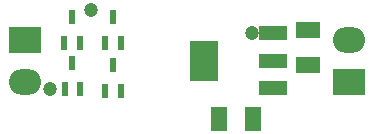
<source format=gbs>
G04 DipTrace 2.4.0.2*
%INLaserreguv2.GBS*%
%MOMM*%
%ADD31C,1.2*%
%ADD37R,2.4X1.2*%
%ADD39R,2.4X3.5*%
%ADD43R,1.4X2.0*%
%ADD45R,2.0X1.4*%
%ADD47O,2.7X2.2*%
%ADD49R,2.7X2.2*%
%ADD53R,0.5X1.3*%
%FSLAX53Y53*%
G04*
G71*
G90*
G75*
G01*
%LNBotMask*%
%LPD*%
D31*
X23059Y12350D3*
X9411Y14339D3*
X5950Y7600D3*
D53*
X8450Y11550D3*
X7110D3*
X7780Y13750D3*
X8500Y7600D3*
X7160D3*
X7830Y9800D3*
X11900Y11550D3*
X10560D3*
X11230Y13750D3*
X11950Y7500D3*
X10610D3*
X11280Y9700D3*
D49*
X3800Y11750D3*
D47*
Y8250D3*
D45*
X27800Y12600D3*
Y9700D3*
D43*
X23150Y5100D3*
X20250D3*
D39*
X18950Y10050D3*
D37*
X24850Y12350D3*
Y10050D3*
Y7750D3*
D49*
X31250Y8250D3*
D47*
Y11750D3*
M02*

</source>
